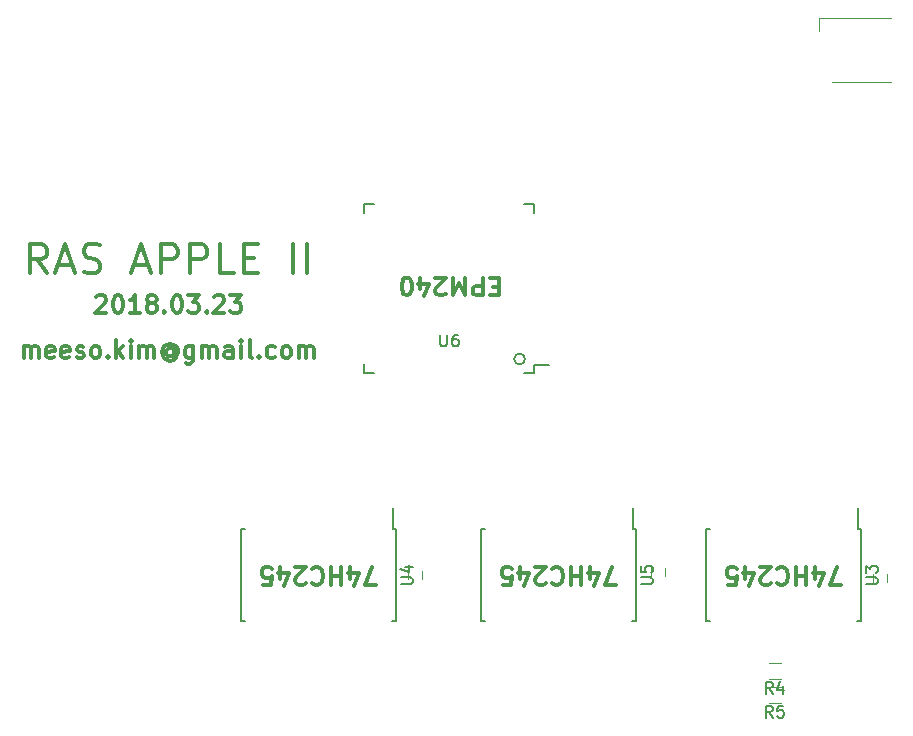
<source format=gbr>
G04 #@! TF.FileFunction,Legend,Top*
%FSLAX46Y46*%
G04 Gerber Fmt 4.6, Leading zero omitted, Abs format (unit mm)*
G04 Created by KiCad (PCBNEW 4.0.7) date 03/28/18 13:14:18*
%MOMM*%
%LPD*%
G01*
G04 APERTURE LIST*
%ADD10C,0.100000*%
%ADD11C,0.200000*%
%ADD12C,0.300000*%
%ADD13C,0.150000*%
%ADD14C,0.120000*%
G04 APERTURE END LIST*
D10*
D11*
X149555905Y-99822000D02*
G75*
G03X149555905Y-99822000I-457905J0D01*
G01*
D12*
X147327428Y-93706143D02*
X146827428Y-93706143D01*
X146613142Y-92920429D02*
X147327428Y-92920429D01*
X147327428Y-94420429D01*
X146613142Y-94420429D01*
X145970285Y-92920429D02*
X145970285Y-94420429D01*
X145398857Y-94420429D01*
X145255999Y-94349000D01*
X145184571Y-94277571D01*
X145113142Y-94134714D01*
X145113142Y-93920429D01*
X145184571Y-93777571D01*
X145255999Y-93706143D01*
X145398857Y-93634714D01*
X145970285Y-93634714D01*
X144470285Y-92920429D02*
X144470285Y-94420429D01*
X143970285Y-93349000D01*
X143470285Y-94420429D01*
X143470285Y-92920429D01*
X142827428Y-94277571D02*
X142755999Y-94349000D01*
X142613142Y-94420429D01*
X142255999Y-94420429D01*
X142113142Y-94349000D01*
X142041713Y-94277571D01*
X141970285Y-94134714D01*
X141970285Y-93991857D01*
X142041713Y-93777571D01*
X142898856Y-92920429D01*
X141970285Y-92920429D01*
X140684571Y-93920429D02*
X140684571Y-92920429D01*
X141041714Y-94491857D02*
X141398857Y-93420429D01*
X140470285Y-93420429D01*
X139613143Y-94420429D02*
X139470286Y-94420429D01*
X139327429Y-94349000D01*
X139256000Y-94277571D01*
X139184571Y-94134714D01*
X139113143Y-93849000D01*
X139113143Y-93491857D01*
X139184571Y-93206143D01*
X139256000Y-93063286D01*
X139327429Y-92991857D01*
X139470286Y-92920429D01*
X139613143Y-92920429D01*
X139756000Y-92991857D01*
X139827429Y-93063286D01*
X139898857Y-93206143D01*
X139970286Y-93491857D01*
X139970286Y-93849000D01*
X139898857Y-94134714D01*
X139827429Y-94277571D01*
X139756000Y-94349000D01*
X139613143Y-94420429D01*
X107094286Y-99738571D02*
X107094286Y-98738571D01*
X107094286Y-98881429D02*
X107165714Y-98810000D01*
X107308572Y-98738571D01*
X107522857Y-98738571D01*
X107665714Y-98810000D01*
X107737143Y-98952857D01*
X107737143Y-99738571D01*
X107737143Y-98952857D02*
X107808572Y-98810000D01*
X107951429Y-98738571D01*
X108165714Y-98738571D01*
X108308572Y-98810000D01*
X108380000Y-98952857D01*
X108380000Y-99738571D01*
X109665714Y-99667143D02*
X109522857Y-99738571D01*
X109237143Y-99738571D01*
X109094286Y-99667143D01*
X109022857Y-99524286D01*
X109022857Y-98952857D01*
X109094286Y-98810000D01*
X109237143Y-98738571D01*
X109522857Y-98738571D01*
X109665714Y-98810000D01*
X109737143Y-98952857D01*
X109737143Y-99095714D01*
X109022857Y-99238571D01*
X110951428Y-99667143D02*
X110808571Y-99738571D01*
X110522857Y-99738571D01*
X110380000Y-99667143D01*
X110308571Y-99524286D01*
X110308571Y-98952857D01*
X110380000Y-98810000D01*
X110522857Y-98738571D01*
X110808571Y-98738571D01*
X110951428Y-98810000D01*
X111022857Y-98952857D01*
X111022857Y-99095714D01*
X110308571Y-99238571D01*
X111594285Y-99667143D02*
X111737142Y-99738571D01*
X112022857Y-99738571D01*
X112165714Y-99667143D01*
X112237142Y-99524286D01*
X112237142Y-99452857D01*
X112165714Y-99310000D01*
X112022857Y-99238571D01*
X111808571Y-99238571D01*
X111665714Y-99167143D01*
X111594285Y-99024286D01*
X111594285Y-98952857D01*
X111665714Y-98810000D01*
X111808571Y-98738571D01*
X112022857Y-98738571D01*
X112165714Y-98810000D01*
X113094286Y-99738571D02*
X112951428Y-99667143D01*
X112880000Y-99595714D01*
X112808571Y-99452857D01*
X112808571Y-99024286D01*
X112880000Y-98881429D01*
X112951428Y-98810000D01*
X113094286Y-98738571D01*
X113308571Y-98738571D01*
X113451428Y-98810000D01*
X113522857Y-98881429D01*
X113594286Y-99024286D01*
X113594286Y-99452857D01*
X113522857Y-99595714D01*
X113451428Y-99667143D01*
X113308571Y-99738571D01*
X113094286Y-99738571D01*
X114237143Y-99595714D02*
X114308571Y-99667143D01*
X114237143Y-99738571D01*
X114165714Y-99667143D01*
X114237143Y-99595714D01*
X114237143Y-99738571D01*
X114951429Y-99738571D02*
X114951429Y-98238571D01*
X115094286Y-99167143D02*
X115522857Y-99738571D01*
X115522857Y-98738571D02*
X114951429Y-99310000D01*
X116165715Y-99738571D02*
X116165715Y-98738571D01*
X116165715Y-98238571D02*
X116094286Y-98310000D01*
X116165715Y-98381429D01*
X116237143Y-98310000D01*
X116165715Y-98238571D01*
X116165715Y-98381429D01*
X116880001Y-99738571D02*
X116880001Y-98738571D01*
X116880001Y-98881429D02*
X116951429Y-98810000D01*
X117094287Y-98738571D01*
X117308572Y-98738571D01*
X117451429Y-98810000D01*
X117522858Y-98952857D01*
X117522858Y-99738571D01*
X117522858Y-98952857D02*
X117594287Y-98810000D01*
X117737144Y-98738571D01*
X117951429Y-98738571D01*
X118094287Y-98810000D01*
X118165715Y-98952857D01*
X118165715Y-99738571D01*
X119808572Y-99024286D02*
X119737144Y-98952857D01*
X119594287Y-98881429D01*
X119451429Y-98881429D01*
X119308572Y-98952857D01*
X119237144Y-99024286D01*
X119165715Y-99167143D01*
X119165715Y-99310000D01*
X119237144Y-99452857D01*
X119308572Y-99524286D01*
X119451429Y-99595714D01*
X119594287Y-99595714D01*
X119737144Y-99524286D01*
X119808572Y-99452857D01*
X119808572Y-98881429D02*
X119808572Y-99452857D01*
X119880001Y-99524286D01*
X119951429Y-99524286D01*
X120094287Y-99452857D01*
X120165715Y-99310000D01*
X120165715Y-98952857D01*
X120022858Y-98738571D01*
X119808572Y-98595714D01*
X119522858Y-98524286D01*
X119237144Y-98595714D01*
X119022858Y-98738571D01*
X118880001Y-98952857D01*
X118808572Y-99238571D01*
X118880001Y-99524286D01*
X119022858Y-99738571D01*
X119237144Y-99881429D01*
X119522858Y-99952857D01*
X119808572Y-99881429D01*
X120022858Y-99738571D01*
X121451429Y-98738571D02*
X121451429Y-99952857D01*
X121380000Y-100095714D01*
X121308572Y-100167143D01*
X121165715Y-100238571D01*
X120951429Y-100238571D01*
X120808572Y-100167143D01*
X121451429Y-99667143D02*
X121308572Y-99738571D01*
X121022858Y-99738571D01*
X120880000Y-99667143D01*
X120808572Y-99595714D01*
X120737143Y-99452857D01*
X120737143Y-99024286D01*
X120808572Y-98881429D01*
X120880000Y-98810000D01*
X121022858Y-98738571D01*
X121308572Y-98738571D01*
X121451429Y-98810000D01*
X122165715Y-99738571D02*
X122165715Y-98738571D01*
X122165715Y-98881429D02*
X122237143Y-98810000D01*
X122380001Y-98738571D01*
X122594286Y-98738571D01*
X122737143Y-98810000D01*
X122808572Y-98952857D01*
X122808572Y-99738571D01*
X122808572Y-98952857D02*
X122880001Y-98810000D01*
X123022858Y-98738571D01*
X123237143Y-98738571D01*
X123380001Y-98810000D01*
X123451429Y-98952857D01*
X123451429Y-99738571D01*
X124808572Y-99738571D02*
X124808572Y-98952857D01*
X124737143Y-98810000D01*
X124594286Y-98738571D01*
X124308572Y-98738571D01*
X124165715Y-98810000D01*
X124808572Y-99667143D02*
X124665715Y-99738571D01*
X124308572Y-99738571D01*
X124165715Y-99667143D01*
X124094286Y-99524286D01*
X124094286Y-99381429D01*
X124165715Y-99238571D01*
X124308572Y-99167143D01*
X124665715Y-99167143D01*
X124808572Y-99095714D01*
X125522858Y-99738571D02*
X125522858Y-98738571D01*
X125522858Y-98238571D02*
X125451429Y-98310000D01*
X125522858Y-98381429D01*
X125594286Y-98310000D01*
X125522858Y-98238571D01*
X125522858Y-98381429D01*
X126451430Y-99738571D02*
X126308572Y-99667143D01*
X126237144Y-99524286D01*
X126237144Y-98238571D01*
X127022858Y-99595714D02*
X127094286Y-99667143D01*
X127022858Y-99738571D01*
X126951429Y-99667143D01*
X127022858Y-99595714D01*
X127022858Y-99738571D01*
X128380001Y-99667143D02*
X128237144Y-99738571D01*
X127951430Y-99738571D01*
X127808572Y-99667143D01*
X127737144Y-99595714D01*
X127665715Y-99452857D01*
X127665715Y-99024286D01*
X127737144Y-98881429D01*
X127808572Y-98810000D01*
X127951430Y-98738571D01*
X128237144Y-98738571D01*
X128380001Y-98810000D01*
X129237144Y-99738571D02*
X129094286Y-99667143D01*
X129022858Y-99595714D01*
X128951429Y-99452857D01*
X128951429Y-99024286D01*
X129022858Y-98881429D01*
X129094286Y-98810000D01*
X129237144Y-98738571D01*
X129451429Y-98738571D01*
X129594286Y-98810000D01*
X129665715Y-98881429D01*
X129737144Y-99024286D01*
X129737144Y-99452857D01*
X129665715Y-99595714D01*
X129594286Y-99667143D01*
X129451429Y-99738571D01*
X129237144Y-99738571D01*
X130380001Y-99738571D02*
X130380001Y-98738571D01*
X130380001Y-98881429D02*
X130451429Y-98810000D01*
X130594287Y-98738571D01*
X130808572Y-98738571D01*
X130951429Y-98810000D01*
X131022858Y-98952857D01*
X131022858Y-99738571D01*
X131022858Y-98952857D02*
X131094287Y-98810000D01*
X131237144Y-98738571D01*
X131451429Y-98738571D01*
X131594287Y-98810000D01*
X131665715Y-98952857D01*
X131665715Y-99738571D01*
X113237144Y-94571429D02*
X113308573Y-94500000D01*
X113451430Y-94428571D01*
X113808573Y-94428571D01*
X113951430Y-94500000D01*
X114022859Y-94571429D01*
X114094287Y-94714286D01*
X114094287Y-94857143D01*
X114022859Y-95071429D01*
X113165716Y-95928571D01*
X114094287Y-95928571D01*
X115022858Y-94428571D02*
X115165715Y-94428571D01*
X115308572Y-94500000D01*
X115380001Y-94571429D01*
X115451430Y-94714286D01*
X115522858Y-95000000D01*
X115522858Y-95357143D01*
X115451430Y-95642857D01*
X115380001Y-95785714D01*
X115308572Y-95857143D01*
X115165715Y-95928571D01*
X115022858Y-95928571D01*
X114880001Y-95857143D01*
X114808572Y-95785714D01*
X114737144Y-95642857D01*
X114665715Y-95357143D01*
X114665715Y-95000000D01*
X114737144Y-94714286D01*
X114808572Y-94571429D01*
X114880001Y-94500000D01*
X115022858Y-94428571D01*
X116951429Y-95928571D02*
X116094286Y-95928571D01*
X116522858Y-95928571D02*
X116522858Y-94428571D01*
X116380001Y-94642857D01*
X116237143Y-94785714D01*
X116094286Y-94857143D01*
X117808572Y-95071429D02*
X117665714Y-95000000D01*
X117594286Y-94928571D01*
X117522857Y-94785714D01*
X117522857Y-94714286D01*
X117594286Y-94571429D01*
X117665714Y-94500000D01*
X117808572Y-94428571D01*
X118094286Y-94428571D01*
X118237143Y-94500000D01*
X118308572Y-94571429D01*
X118380000Y-94714286D01*
X118380000Y-94785714D01*
X118308572Y-94928571D01*
X118237143Y-95000000D01*
X118094286Y-95071429D01*
X117808572Y-95071429D01*
X117665714Y-95142857D01*
X117594286Y-95214286D01*
X117522857Y-95357143D01*
X117522857Y-95642857D01*
X117594286Y-95785714D01*
X117665714Y-95857143D01*
X117808572Y-95928571D01*
X118094286Y-95928571D01*
X118237143Y-95857143D01*
X118308572Y-95785714D01*
X118380000Y-95642857D01*
X118380000Y-95357143D01*
X118308572Y-95214286D01*
X118237143Y-95142857D01*
X118094286Y-95071429D01*
X119022857Y-95785714D02*
X119094285Y-95857143D01*
X119022857Y-95928571D01*
X118951428Y-95857143D01*
X119022857Y-95785714D01*
X119022857Y-95928571D01*
X120022857Y-94428571D02*
X120165714Y-94428571D01*
X120308571Y-94500000D01*
X120380000Y-94571429D01*
X120451429Y-94714286D01*
X120522857Y-95000000D01*
X120522857Y-95357143D01*
X120451429Y-95642857D01*
X120380000Y-95785714D01*
X120308571Y-95857143D01*
X120165714Y-95928571D01*
X120022857Y-95928571D01*
X119880000Y-95857143D01*
X119808571Y-95785714D01*
X119737143Y-95642857D01*
X119665714Y-95357143D01*
X119665714Y-95000000D01*
X119737143Y-94714286D01*
X119808571Y-94571429D01*
X119880000Y-94500000D01*
X120022857Y-94428571D01*
X121022857Y-94428571D02*
X121951428Y-94428571D01*
X121451428Y-95000000D01*
X121665714Y-95000000D01*
X121808571Y-95071429D01*
X121880000Y-95142857D01*
X121951428Y-95285714D01*
X121951428Y-95642857D01*
X121880000Y-95785714D01*
X121808571Y-95857143D01*
X121665714Y-95928571D01*
X121237142Y-95928571D01*
X121094285Y-95857143D01*
X121022857Y-95785714D01*
X122594285Y-95785714D02*
X122665713Y-95857143D01*
X122594285Y-95928571D01*
X122522856Y-95857143D01*
X122594285Y-95785714D01*
X122594285Y-95928571D01*
X123237142Y-94571429D02*
X123308571Y-94500000D01*
X123451428Y-94428571D01*
X123808571Y-94428571D01*
X123951428Y-94500000D01*
X124022857Y-94571429D01*
X124094285Y-94714286D01*
X124094285Y-94857143D01*
X124022857Y-95071429D01*
X123165714Y-95928571D01*
X124094285Y-95928571D01*
X124594285Y-94428571D02*
X125522856Y-94428571D01*
X125022856Y-95000000D01*
X125237142Y-95000000D01*
X125379999Y-95071429D01*
X125451428Y-95142857D01*
X125522856Y-95285714D01*
X125522856Y-95642857D01*
X125451428Y-95785714D01*
X125379999Y-95857143D01*
X125237142Y-95928571D01*
X124808570Y-95928571D01*
X124665713Y-95857143D01*
X124594285Y-95785714D01*
X136972856Y-118931429D02*
X135972856Y-118931429D01*
X136615713Y-117431429D01*
X134758571Y-118431429D02*
X134758571Y-117431429D01*
X135115714Y-119002857D02*
X135472857Y-117931429D01*
X134544285Y-117931429D01*
X133972857Y-117431429D02*
X133972857Y-118931429D01*
X133972857Y-118217143D02*
X133115714Y-118217143D01*
X133115714Y-117431429D02*
X133115714Y-118931429D01*
X131544285Y-117574286D02*
X131615714Y-117502857D01*
X131830000Y-117431429D01*
X131972857Y-117431429D01*
X132187142Y-117502857D01*
X132330000Y-117645714D01*
X132401428Y-117788571D01*
X132472857Y-118074286D01*
X132472857Y-118288571D01*
X132401428Y-118574286D01*
X132330000Y-118717143D01*
X132187142Y-118860000D01*
X131972857Y-118931429D01*
X131830000Y-118931429D01*
X131615714Y-118860000D01*
X131544285Y-118788571D01*
X130972857Y-118788571D02*
X130901428Y-118860000D01*
X130758571Y-118931429D01*
X130401428Y-118931429D01*
X130258571Y-118860000D01*
X130187142Y-118788571D01*
X130115714Y-118645714D01*
X130115714Y-118502857D01*
X130187142Y-118288571D01*
X131044285Y-117431429D01*
X130115714Y-117431429D01*
X128830000Y-118431429D02*
X128830000Y-117431429D01*
X129187143Y-119002857D02*
X129544286Y-117931429D01*
X128615714Y-117931429D01*
X127330000Y-118931429D02*
X128044286Y-118931429D01*
X128115715Y-118217143D01*
X128044286Y-118288571D01*
X127901429Y-118360000D01*
X127544286Y-118360000D01*
X127401429Y-118288571D01*
X127330000Y-118217143D01*
X127258572Y-118074286D01*
X127258572Y-117717143D01*
X127330000Y-117574286D01*
X127401429Y-117502857D01*
X127544286Y-117431429D01*
X127901429Y-117431429D01*
X128044286Y-117502857D01*
X128115715Y-117574286D01*
X157292856Y-118931429D02*
X156292856Y-118931429D01*
X156935713Y-117431429D01*
X155078571Y-118431429D02*
X155078571Y-117431429D01*
X155435714Y-119002857D02*
X155792857Y-117931429D01*
X154864285Y-117931429D01*
X154292857Y-117431429D02*
X154292857Y-118931429D01*
X154292857Y-118217143D02*
X153435714Y-118217143D01*
X153435714Y-117431429D02*
X153435714Y-118931429D01*
X151864285Y-117574286D02*
X151935714Y-117502857D01*
X152150000Y-117431429D01*
X152292857Y-117431429D01*
X152507142Y-117502857D01*
X152650000Y-117645714D01*
X152721428Y-117788571D01*
X152792857Y-118074286D01*
X152792857Y-118288571D01*
X152721428Y-118574286D01*
X152650000Y-118717143D01*
X152507142Y-118860000D01*
X152292857Y-118931429D01*
X152150000Y-118931429D01*
X151935714Y-118860000D01*
X151864285Y-118788571D01*
X151292857Y-118788571D02*
X151221428Y-118860000D01*
X151078571Y-118931429D01*
X150721428Y-118931429D01*
X150578571Y-118860000D01*
X150507142Y-118788571D01*
X150435714Y-118645714D01*
X150435714Y-118502857D01*
X150507142Y-118288571D01*
X151364285Y-117431429D01*
X150435714Y-117431429D01*
X149150000Y-118431429D02*
X149150000Y-117431429D01*
X149507143Y-119002857D02*
X149864286Y-117931429D01*
X148935714Y-117931429D01*
X147650000Y-118931429D02*
X148364286Y-118931429D01*
X148435715Y-118217143D01*
X148364286Y-118288571D01*
X148221429Y-118360000D01*
X147864286Y-118360000D01*
X147721429Y-118288571D01*
X147650000Y-118217143D01*
X147578572Y-118074286D01*
X147578572Y-117717143D01*
X147650000Y-117574286D01*
X147721429Y-117502857D01*
X147864286Y-117431429D01*
X148221429Y-117431429D01*
X148364286Y-117502857D01*
X148435715Y-117574286D01*
X176342856Y-118931429D02*
X175342856Y-118931429D01*
X175985713Y-117431429D01*
X174128571Y-118431429D02*
X174128571Y-117431429D01*
X174485714Y-119002857D02*
X174842857Y-117931429D01*
X173914285Y-117931429D01*
X173342857Y-117431429D02*
X173342857Y-118931429D01*
X173342857Y-118217143D02*
X172485714Y-118217143D01*
X172485714Y-117431429D02*
X172485714Y-118931429D01*
X170914285Y-117574286D02*
X170985714Y-117502857D01*
X171200000Y-117431429D01*
X171342857Y-117431429D01*
X171557142Y-117502857D01*
X171700000Y-117645714D01*
X171771428Y-117788571D01*
X171842857Y-118074286D01*
X171842857Y-118288571D01*
X171771428Y-118574286D01*
X171700000Y-118717143D01*
X171557142Y-118860000D01*
X171342857Y-118931429D01*
X171200000Y-118931429D01*
X170985714Y-118860000D01*
X170914285Y-118788571D01*
X170342857Y-118788571D02*
X170271428Y-118860000D01*
X170128571Y-118931429D01*
X169771428Y-118931429D01*
X169628571Y-118860000D01*
X169557142Y-118788571D01*
X169485714Y-118645714D01*
X169485714Y-118502857D01*
X169557142Y-118288571D01*
X170414285Y-117431429D01*
X169485714Y-117431429D01*
X168200000Y-118431429D02*
X168200000Y-117431429D01*
X168557143Y-119002857D02*
X168914286Y-117931429D01*
X167985714Y-117931429D01*
X166700000Y-118931429D02*
X167414286Y-118931429D01*
X167485715Y-118217143D01*
X167414286Y-118288571D01*
X167271429Y-118360000D01*
X166914286Y-118360000D01*
X166771429Y-118288571D01*
X166700000Y-118217143D01*
X166628572Y-118074286D01*
X166628572Y-117717143D01*
X166700000Y-117574286D01*
X166771429Y-117502857D01*
X166914286Y-117431429D01*
X167271429Y-117431429D01*
X167414286Y-117502857D01*
X167485715Y-117574286D01*
X109082382Y-92570952D02*
X108249048Y-91380476D01*
X107653810Y-92570952D02*
X107653810Y-90070952D01*
X108606191Y-90070952D01*
X108844286Y-90190000D01*
X108963334Y-90309048D01*
X109082382Y-90547143D01*
X109082382Y-90904286D01*
X108963334Y-91142381D01*
X108844286Y-91261429D01*
X108606191Y-91380476D01*
X107653810Y-91380476D01*
X110034762Y-91856667D02*
X111225239Y-91856667D01*
X109796667Y-92570952D02*
X110630001Y-90070952D01*
X111463334Y-92570952D01*
X112177619Y-92451905D02*
X112534762Y-92570952D01*
X113130000Y-92570952D01*
X113368096Y-92451905D01*
X113487143Y-92332857D01*
X113606191Y-92094762D01*
X113606191Y-91856667D01*
X113487143Y-91618571D01*
X113368096Y-91499524D01*
X113130000Y-91380476D01*
X112653810Y-91261429D01*
X112415715Y-91142381D01*
X112296667Y-91023333D01*
X112177619Y-90785238D01*
X112177619Y-90547143D01*
X112296667Y-90309048D01*
X112415715Y-90190000D01*
X112653810Y-90070952D01*
X113249048Y-90070952D01*
X113606191Y-90190000D01*
X116463333Y-91856667D02*
X117653810Y-91856667D01*
X116225238Y-92570952D02*
X117058572Y-90070952D01*
X117891905Y-92570952D01*
X118725238Y-92570952D02*
X118725238Y-90070952D01*
X119677619Y-90070952D01*
X119915714Y-90190000D01*
X120034762Y-90309048D01*
X120153810Y-90547143D01*
X120153810Y-90904286D01*
X120034762Y-91142381D01*
X119915714Y-91261429D01*
X119677619Y-91380476D01*
X118725238Y-91380476D01*
X121225238Y-92570952D02*
X121225238Y-90070952D01*
X122177619Y-90070952D01*
X122415714Y-90190000D01*
X122534762Y-90309048D01*
X122653810Y-90547143D01*
X122653810Y-90904286D01*
X122534762Y-91142381D01*
X122415714Y-91261429D01*
X122177619Y-91380476D01*
X121225238Y-91380476D01*
X124915714Y-92570952D02*
X123725238Y-92570952D01*
X123725238Y-90070952D01*
X125749048Y-91261429D02*
X126582381Y-91261429D01*
X126939524Y-92570952D02*
X125749048Y-92570952D01*
X125749048Y-90070952D01*
X126939524Y-90070952D01*
X129915715Y-92570952D02*
X129915715Y-90070952D01*
X131106191Y-92570952D02*
X131106191Y-90070952D01*
D13*
X150304000Y-101028000D02*
X150304000Y-100303000D01*
X135954000Y-101028000D02*
X135954000Y-100228000D01*
X135954000Y-86678000D02*
X135954000Y-87478000D01*
X150304000Y-86678000D02*
X150304000Y-87478000D01*
X150304000Y-101028000D02*
X149504000Y-101028000D01*
X150304000Y-86678000D02*
X149504000Y-86678000D01*
X135954000Y-86678000D02*
X136754000Y-86678000D01*
X135954000Y-101028000D02*
X136754000Y-101028000D01*
X150304000Y-100303000D02*
X151579000Y-100303000D01*
X178025000Y-114235000D02*
X177775000Y-114235000D01*
X178025000Y-121985000D02*
X177690000Y-121985000D01*
X164875000Y-121985000D02*
X165210000Y-121985000D01*
X164875000Y-114235000D02*
X165210000Y-114235000D01*
X178025000Y-114235000D02*
X178025000Y-121985000D01*
X164875000Y-114235000D02*
X164875000Y-121985000D01*
X177775000Y-114235000D02*
X177775000Y-112435000D01*
X138655000Y-114235000D02*
X138405000Y-114235000D01*
X138655000Y-121985000D02*
X138320000Y-121985000D01*
X125505000Y-121985000D02*
X125840000Y-121985000D01*
X125505000Y-114235000D02*
X125840000Y-114235000D01*
X138655000Y-114235000D02*
X138655000Y-121985000D01*
X125505000Y-114235000D02*
X125505000Y-121985000D01*
X138405000Y-114235000D02*
X138405000Y-112435000D01*
X158975000Y-114235000D02*
X158725000Y-114235000D01*
X158975000Y-121985000D02*
X158640000Y-121985000D01*
X145825000Y-121985000D02*
X146160000Y-121985000D01*
X145825000Y-114235000D02*
X146160000Y-114235000D01*
X158975000Y-114235000D02*
X158975000Y-121985000D01*
X145825000Y-114235000D02*
X145825000Y-121985000D01*
X158725000Y-114235000D02*
X158725000Y-112435000D01*
D14*
X174454000Y-70960000D02*
X180554000Y-70960000D01*
X174454000Y-72060000D02*
X174454000Y-70960000D01*
X180554000Y-76360000D02*
X175554000Y-76360000D01*
X178978000Y-118714000D02*
X178978000Y-118014000D01*
X180178000Y-118014000D02*
X180178000Y-118714000D01*
X160182000Y-118206000D02*
X160182000Y-117506000D01*
X161382000Y-117506000D02*
X161382000Y-118206000D01*
X139608000Y-118460000D02*
X139608000Y-117760000D01*
X140808000Y-117760000D02*
X140808000Y-118460000D01*
X170188000Y-125558000D02*
X171188000Y-125558000D01*
X171188000Y-126918000D02*
X170188000Y-126918000D01*
X170188000Y-127590000D02*
X171188000Y-127590000D01*
X171188000Y-128950000D02*
X170188000Y-128950000D01*
D13*
X142367095Y-97750381D02*
X142367095Y-98559905D01*
X142414714Y-98655143D01*
X142462333Y-98702762D01*
X142557571Y-98750381D01*
X142748048Y-98750381D01*
X142843286Y-98702762D01*
X142890905Y-98655143D01*
X142938524Y-98559905D01*
X142938524Y-97750381D01*
X143843286Y-97750381D02*
X143652809Y-97750381D01*
X143557571Y-97798000D01*
X143509952Y-97845619D01*
X143414714Y-97988476D01*
X143367095Y-98178952D01*
X143367095Y-98559905D01*
X143414714Y-98655143D01*
X143462333Y-98702762D01*
X143557571Y-98750381D01*
X143748048Y-98750381D01*
X143843286Y-98702762D01*
X143890905Y-98655143D01*
X143938524Y-98559905D01*
X143938524Y-98321810D01*
X143890905Y-98226571D01*
X143843286Y-98178952D01*
X143748048Y-98131333D01*
X143557571Y-98131333D01*
X143462333Y-98178952D01*
X143414714Y-98226571D01*
X143367095Y-98321810D01*
X178402381Y-118871905D02*
X179211905Y-118871905D01*
X179307143Y-118824286D01*
X179354762Y-118776667D01*
X179402381Y-118681429D01*
X179402381Y-118490952D01*
X179354762Y-118395714D01*
X179307143Y-118348095D01*
X179211905Y-118300476D01*
X178402381Y-118300476D01*
X178402381Y-117919524D02*
X178402381Y-117300476D01*
X178783333Y-117633810D01*
X178783333Y-117490952D01*
X178830952Y-117395714D01*
X178878571Y-117348095D01*
X178973810Y-117300476D01*
X179211905Y-117300476D01*
X179307143Y-117348095D01*
X179354762Y-117395714D01*
X179402381Y-117490952D01*
X179402381Y-117776667D01*
X179354762Y-117871905D01*
X179307143Y-117919524D01*
X139032381Y-118871905D02*
X139841905Y-118871905D01*
X139937143Y-118824286D01*
X139984762Y-118776667D01*
X140032381Y-118681429D01*
X140032381Y-118490952D01*
X139984762Y-118395714D01*
X139937143Y-118348095D01*
X139841905Y-118300476D01*
X139032381Y-118300476D01*
X139365714Y-117395714D02*
X140032381Y-117395714D01*
X138984762Y-117633810D02*
X139699048Y-117871905D01*
X139699048Y-117252857D01*
X159352381Y-118871905D02*
X160161905Y-118871905D01*
X160257143Y-118824286D01*
X160304762Y-118776667D01*
X160352381Y-118681429D01*
X160352381Y-118490952D01*
X160304762Y-118395714D01*
X160257143Y-118348095D01*
X160161905Y-118300476D01*
X159352381Y-118300476D01*
X159352381Y-117348095D02*
X159352381Y-117824286D01*
X159828571Y-117871905D01*
X159780952Y-117824286D01*
X159733333Y-117729048D01*
X159733333Y-117490952D01*
X159780952Y-117395714D01*
X159828571Y-117348095D01*
X159923810Y-117300476D01*
X160161905Y-117300476D01*
X160257143Y-117348095D01*
X160304762Y-117395714D01*
X160352381Y-117490952D01*
X160352381Y-117729048D01*
X160304762Y-117824286D01*
X160257143Y-117871905D01*
X170521334Y-128140381D02*
X170188000Y-127664190D01*
X169949905Y-128140381D02*
X169949905Y-127140381D01*
X170330858Y-127140381D01*
X170426096Y-127188000D01*
X170473715Y-127235619D01*
X170521334Y-127330857D01*
X170521334Y-127473714D01*
X170473715Y-127568952D01*
X170426096Y-127616571D01*
X170330858Y-127664190D01*
X169949905Y-127664190D01*
X171378477Y-127473714D02*
X171378477Y-128140381D01*
X171140381Y-127092762D02*
X170902286Y-127807048D01*
X171521334Y-127807048D01*
X170521334Y-130172381D02*
X170188000Y-129696190D01*
X169949905Y-130172381D02*
X169949905Y-129172381D01*
X170330858Y-129172381D01*
X170426096Y-129220000D01*
X170473715Y-129267619D01*
X170521334Y-129362857D01*
X170521334Y-129505714D01*
X170473715Y-129600952D01*
X170426096Y-129648571D01*
X170330858Y-129696190D01*
X169949905Y-129696190D01*
X171426096Y-129172381D02*
X170949905Y-129172381D01*
X170902286Y-129648571D01*
X170949905Y-129600952D01*
X171045143Y-129553333D01*
X171283239Y-129553333D01*
X171378477Y-129600952D01*
X171426096Y-129648571D01*
X171473715Y-129743810D01*
X171473715Y-129981905D01*
X171426096Y-130077143D01*
X171378477Y-130124762D01*
X171283239Y-130172381D01*
X171045143Y-130172381D01*
X170949905Y-130124762D01*
X170902286Y-130077143D01*
M02*

</source>
